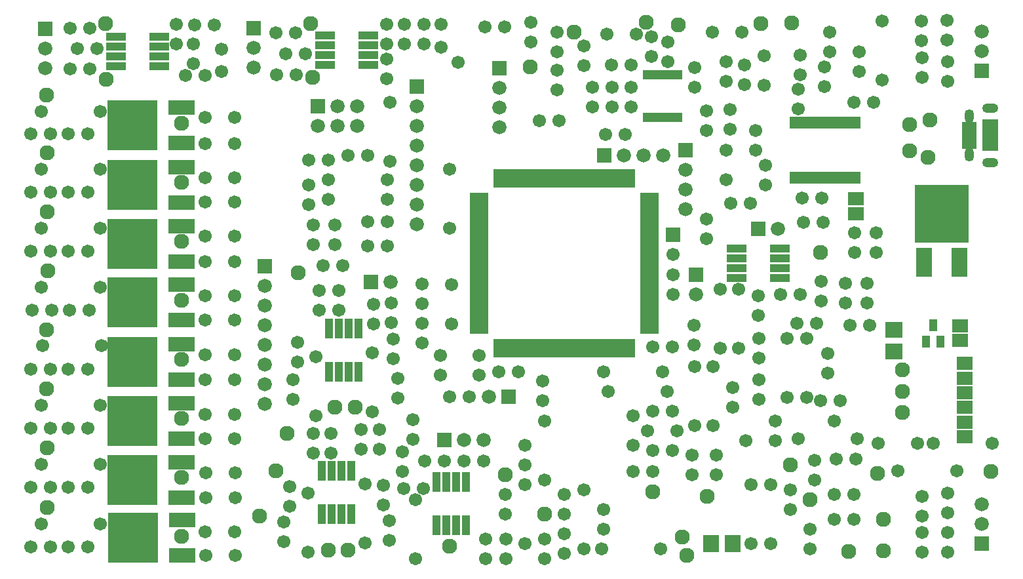
<source format=gts>
G04 (created by PCBNEW (2013-jul-07)-stable) date Sun 25 May 2014 01:03:41 AM EDT*
%MOIN*%
G04 Gerber Fmt 3.4, Leading zero omitted, Abs format*
%FSLAX34Y34*%
G01*
G70*
G90*
G04 APERTURE LIST*
%ADD10C,0.00393701*%
%ADD11C,0.067*%
%ADD12R,0.0436X0.0594*%
%ADD13R,0.0277X0.0513*%
%ADD14R,0.072X0.072*%
%ADD15C,0.072*%
%ADD16R,0.027X0.092*%
%ADD17R,0.092X0.027*%
%ADD18R,0.028X0.062*%
%ADD19R,0.132X0.077*%
%ADD20R,0.252X0.252*%
%ADD21R,0.0987X0.0436*%
%ADD22R,0.079X0.0712*%
%ADD23C,0.077*%
%ADD24R,0.083X0.091*%
%ADD25R,0.0731X0.0357*%
%ADD26O,0.0495X0.0692*%
%ADD27O,0.081X0.0476*%
%ADD28R,0.081X0.081*%
%ADD29R,0.091X0.083*%
%ADD30R,0.083X0.146*%
%ADD31R,0.2759X0.2956*%
%ADD32R,0.0436X0.0987*%
G04 APERTURE END LIST*
G54D10*
G54D11*
X37510Y-36830D03*
X37510Y-37830D03*
G54D12*
X59897Y-26821D03*
X60272Y-25989D03*
X60647Y-26821D03*
G54D13*
X45635Y-15412D03*
X45885Y-15412D03*
X46135Y-15412D03*
X46385Y-15412D03*
X46635Y-15412D03*
X46885Y-15412D03*
X47135Y-15412D03*
X47385Y-15412D03*
X47385Y-13248D03*
X47135Y-13248D03*
X46885Y-13248D03*
X46635Y-13248D03*
X46385Y-13248D03*
X46135Y-13248D03*
X45885Y-13248D03*
X45635Y-13248D03*
G54D11*
X50976Y-19769D03*
X49976Y-19769D03*
X59484Y-31972D03*
X57484Y-31972D03*
X59700Y-37510D03*
X59700Y-36510D03*
X61000Y-37500D03*
X61000Y-36500D03*
X61000Y-34500D03*
X61000Y-35500D03*
X59700Y-34670D03*
X59700Y-35670D03*
X54010Y-36330D03*
X54010Y-37330D03*
X55260Y-35830D03*
X56260Y-35830D03*
X55260Y-34580D03*
X56260Y-34580D03*
X55340Y-32780D03*
X56340Y-32780D03*
X54898Y-28417D03*
X54898Y-27417D03*
X51401Y-29744D03*
X51401Y-28744D03*
X54358Y-25878D03*
X53358Y-25878D03*
X51398Y-27634D03*
X51398Y-26634D03*
X48760Y-20580D03*
X48760Y-21580D03*
X48120Y-25970D03*
X48120Y-26970D03*
X46010Y-27080D03*
X47010Y-27080D03*
X50090Y-30130D03*
X50090Y-29130D03*
X48010Y-33580D03*
X48010Y-32580D03*
X46010Y-32330D03*
X47010Y-32330D03*
X47010Y-30330D03*
X46010Y-30330D03*
X43510Y-35330D03*
X43510Y-36330D03*
X40510Y-36830D03*
X40510Y-37830D03*
X38560Y-36830D03*
X38560Y-37830D03*
X40410Y-29800D03*
X40410Y-28800D03*
X34272Y-26882D03*
X34272Y-25882D03*
X34272Y-23868D03*
X34272Y-24868D03*
X35776Y-23894D03*
X35776Y-25894D03*
X29510Y-17580D03*
X28510Y-17580D03*
X28510Y-18830D03*
X28510Y-19830D03*
X32510Y-21930D03*
X31510Y-21930D03*
X29860Y-21880D03*
X29860Y-20880D03*
X28760Y-21880D03*
X28760Y-20880D03*
X40260Y-15580D03*
X41260Y-15580D03*
X43921Y-12732D03*
X44921Y-12732D03*
X48142Y-12858D03*
X48142Y-13858D03*
X53620Y-19520D03*
X54620Y-19520D03*
X53680Y-20750D03*
X54680Y-20750D03*
X57240Y-14630D03*
X56240Y-14630D03*
G54D14*
X28970Y-14830D03*
G54D15*
X28970Y-15850D03*
X29970Y-14850D03*
X29970Y-15830D03*
X30970Y-14830D03*
X30970Y-15850D03*
X62760Y-36080D03*
X62760Y-35080D03*
G54D14*
X62760Y-37080D03*
X47680Y-17090D03*
G54D15*
X47680Y-18090D03*
X47680Y-19090D03*
X47680Y-20090D03*
G54D14*
X43560Y-17350D03*
G54D15*
X44560Y-17350D03*
X45560Y-17350D03*
X46560Y-17350D03*
G54D14*
X38696Y-29594D03*
G54D15*
X37696Y-29594D03*
G54D11*
X40510Y-33830D03*
X40510Y-30830D03*
X56420Y-31730D03*
X53420Y-31730D03*
X55260Y-30830D03*
X52260Y-30830D03*
X49070Y-28090D03*
X49070Y-31090D03*
X48140Y-31080D03*
X48140Y-28080D03*
X46760Y-29330D03*
X43760Y-29330D03*
X43510Y-28330D03*
X46510Y-28330D03*
X39190Y-28330D03*
X38190Y-28330D03*
X39510Y-37080D03*
X39510Y-34080D03*
X43420Y-37340D03*
X46420Y-37340D03*
X42510Y-37330D03*
X42510Y-34330D03*
X52010Y-37080D03*
X52010Y-34080D03*
X51010Y-34080D03*
X51010Y-37080D03*
X56510Y-13080D03*
X56510Y-12080D03*
X32310Y-35120D03*
X32310Y-34120D03*
X32100Y-31290D03*
X32100Y-32290D03*
X31180Y-32290D03*
X31180Y-31290D03*
X37177Y-28492D03*
X37177Y-27492D03*
X35669Y-21027D03*
X35669Y-18027D03*
X32799Y-27681D03*
X32799Y-26681D03*
X32724Y-24834D03*
X32724Y-25834D03*
X31814Y-25909D03*
X31814Y-24909D03*
X24768Y-33490D03*
X23268Y-33490D03*
X24758Y-36490D03*
X23258Y-36490D03*
X23268Y-34730D03*
X24768Y-34730D03*
X23274Y-37689D03*
X24774Y-37689D03*
X35425Y-32875D03*
X34425Y-32875D03*
X36400Y-32875D03*
X37400Y-32875D03*
X51760Y-17830D03*
X51760Y-18830D03*
X48760Y-16080D03*
X48760Y-15080D03*
X52260Y-31830D03*
X50760Y-31830D03*
X45760Y-31330D03*
X47260Y-31330D03*
X45010Y-30580D03*
X45010Y-32080D03*
X32510Y-19580D03*
X29510Y-19580D03*
X32510Y-18580D03*
X29510Y-18580D03*
G54D16*
X44965Y-18505D03*
X44710Y-18505D03*
X44455Y-18505D03*
X44200Y-18505D03*
X43945Y-18505D03*
X43685Y-18505D03*
X43430Y-18505D03*
X43175Y-18505D03*
X42920Y-18505D03*
X42665Y-18505D03*
X42405Y-18505D03*
X42150Y-18505D03*
X41895Y-18505D03*
X41640Y-18505D03*
X41380Y-18505D03*
X41125Y-18505D03*
X40870Y-18505D03*
X40615Y-18505D03*
X40355Y-18505D03*
X40100Y-18505D03*
X39845Y-18505D03*
X39590Y-18505D03*
X39335Y-18505D03*
X39075Y-18505D03*
X38820Y-18505D03*
X38565Y-18505D03*
X38310Y-18505D03*
X38055Y-18505D03*
G54D17*
X37185Y-19375D03*
X37185Y-19630D03*
X37185Y-19885D03*
X37185Y-20140D03*
X37185Y-20395D03*
X37185Y-20655D03*
X37185Y-20910D03*
X37185Y-21165D03*
X37185Y-21420D03*
X37185Y-21675D03*
X37185Y-21935D03*
X37185Y-22190D03*
X37185Y-22445D03*
X37185Y-22700D03*
X37185Y-22960D03*
X37185Y-23215D03*
X37185Y-23470D03*
X37185Y-23725D03*
X37185Y-23985D03*
X37185Y-24240D03*
X37185Y-24495D03*
X37185Y-24750D03*
X37185Y-25005D03*
X37185Y-25265D03*
X37185Y-25520D03*
X37185Y-25775D03*
X37185Y-26030D03*
X37185Y-26285D03*
G54D16*
X38055Y-27155D03*
X38310Y-27155D03*
X38565Y-27155D03*
X38820Y-27155D03*
X39075Y-27155D03*
X39335Y-27155D03*
X39590Y-27155D03*
X39845Y-27155D03*
X40100Y-27155D03*
X40355Y-27155D03*
X40615Y-27155D03*
X40870Y-27155D03*
X41125Y-27155D03*
X41380Y-27155D03*
X41640Y-27155D03*
X41895Y-27155D03*
X42150Y-27155D03*
X42405Y-27155D03*
X42665Y-27155D03*
X42920Y-27155D03*
X43175Y-27155D03*
X43430Y-27155D03*
X43685Y-27155D03*
X43945Y-27155D03*
X44200Y-27155D03*
X44455Y-27155D03*
X44710Y-27155D03*
X44965Y-27155D03*
G54D17*
X45835Y-26285D03*
X45835Y-26030D03*
X45835Y-25775D03*
X45835Y-25520D03*
X45835Y-25265D03*
X45835Y-25005D03*
X45835Y-24750D03*
X45835Y-24495D03*
X45835Y-24240D03*
X45835Y-23985D03*
X45835Y-23725D03*
X45835Y-23470D03*
X45835Y-23215D03*
X45835Y-22960D03*
X45835Y-22700D03*
X45835Y-22445D03*
X45835Y-22190D03*
X45835Y-21935D03*
X45835Y-21675D03*
X45835Y-21420D03*
X45835Y-21165D03*
X45835Y-20910D03*
X45835Y-20655D03*
X45835Y-20395D03*
X45835Y-20140D03*
X45835Y-19885D03*
X45835Y-19630D03*
X45835Y-19375D03*
G54D11*
X51693Y-13789D03*
X51693Y-12289D03*
X49760Y-17080D03*
X49760Y-18580D03*
X23258Y-28730D03*
X24758Y-28730D03*
X23258Y-31730D03*
X24758Y-31730D03*
X24758Y-21450D03*
X23258Y-21450D03*
X24758Y-24460D03*
X23258Y-24460D03*
X24758Y-27460D03*
X23258Y-27460D03*
X24758Y-30500D03*
X23258Y-30500D03*
X23258Y-22730D03*
X24758Y-22730D03*
X23258Y-25710D03*
X24758Y-25710D03*
X24758Y-18470D03*
X23258Y-18470D03*
X23258Y-19710D03*
X24758Y-19710D03*
X24758Y-15420D03*
X23258Y-15420D03*
X23258Y-16730D03*
X24758Y-16730D03*
X30510Y-17330D03*
X31510Y-17330D03*
G54D18*
X53110Y-18480D03*
X53360Y-18480D03*
X53620Y-18480D03*
X53880Y-18480D03*
X54130Y-18480D03*
X54390Y-18480D03*
X54650Y-18480D03*
X54900Y-18480D03*
X55160Y-18480D03*
X55410Y-18480D03*
X55670Y-18480D03*
X55930Y-18480D03*
X56180Y-18480D03*
X56440Y-18480D03*
X56440Y-15680D03*
X56180Y-15680D03*
X55940Y-15680D03*
X55670Y-15680D03*
X55410Y-15680D03*
X55160Y-15680D03*
X54900Y-15680D03*
X54650Y-15680D03*
X54390Y-15680D03*
X54130Y-15680D03*
X53880Y-15680D03*
X53620Y-15680D03*
X53360Y-15680D03*
X53110Y-15680D03*
G54D11*
X29260Y-22950D03*
X30260Y-22950D03*
X35208Y-28492D03*
X35208Y-27492D03*
X55547Y-29795D03*
X54547Y-29795D03*
X49748Y-13587D03*
X49748Y-12587D03*
X42510Y-12780D03*
X42510Y-11780D03*
X45953Y-12315D03*
X45953Y-11315D03*
X39510Y-32080D03*
X39510Y-33080D03*
X49260Y-32580D03*
X49260Y-33580D03*
X38510Y-35580D03*
X38510Y-34580D03*
X46010Y-33410D03*
X45010Y-33410D03*
X41510Y-34580D03*
X41510Y-35580D03*
X41510Y-37580D03*
X41510Y-36580D03*
X54260Y-32830D03*
X54260Y-33830D03*
X53010Y-35330D03*
X53010Y-34330D03*
X33354Y-34259D03*
X34354Y-34259D03*
X53527Y-12232D03*
X53527Y-13232D03*
X55010Y-11080D03*
X55010Y-12080D03*
G54D19*
X22043Y-16695D03*
G54D20*
X19543Y-15795D03*
G54D19*
X22043Y-14895D03*
X22048Y-22730D03*
G54D20*
X19548Y-21830D03*
G54D19*
X22048Y-20930D03*
X22048Y-19730D03*
G54D20*
X19548Y-18830D03*
G54D19*
X22048Y-17930D03*
X22048Y-28730D03*
G54D20*
X19548Y-27830D03*
G54D19*
X22048Y-26930D03*
X22048Y-31730D03*
G54D20*
X19548Y-30830D03*
G54D19*
X22048Y-29930D03*
X22067Y-37687D03*
G54D20*
X19567Y-36787D03*
G54D19*
X22067Y-35887D03*
X22048Y-34730D03*
G54D20*
X19548Y-33830D03*
G54D19*
X22048Y-32930D03*
G54D11*
X31500Y-20700D03*
X32500Y-20700D03*
X32650Y-14632D03*
X32650Y-17632D03*
X44610Y-16290D03*
X43610Y-16290D03*
X41160Y-13020D03*
X41160Y-14020D03*
X41150Y-12060D03*
X41150Y-11060D03*
X15388Y-16250D03*
X14388Y-16250D03*
X15388Y-19200D03*
X14388Y-19200D03*
X15388Y-22200D03*
X14388Y-22200D03*
X15438Y-25200D03*
X14438Y-25200D03*
X15388Y-28200D03*
X14388Y-28200D03*
X15388Y-31200D03*
X14388Y-31200D03*
X15388Y-34200D03*
X14388Y-34200D03*
X15388Y-37250D03*
X14388Y-37250D03*
X38468Y-10807D03*
X37468Y-10807D03*
X39799Y-11587D03*
X39799Y-10587D03*
X59700Y-13360D03*
X59700Y-12360D03*
X59690Y-10500D03*
X59690Y-11500D03*
X60990Y-10480D03*
X60990Y-11480D03*
X61000Y-13580D03*
X61000Y-12580D03*
G54D15*
X62760Y-12040D03*
X62760Y-11040D03*
G54D14*
X62760Y-13040D03*
G54D19*
X22058Y-25710D03*
G54D20*
X19558Y-24810D03*
G54D19*
X22058Y-23910D03*
G54D11*
X43930Y-14860D03*
X43930Y-13860D03*
X44910Y-14860D03*
X44910Y-13860D03*
X42930Y-14860D03*
X42930Y-13860D03*
X35696Y-29594D03*
X36696Y-29594D03*
X32620Y-35920D03*
X32620Y-36920D03*
X33031Y-28661D03*
X33031Y-29661D03*
X33291Y-33421D03*
X33291Y-32421D03*
X16288Y-16250D03*
X17288Y-16250D03*
X16288Y-19200D03*
X17288Y-19200D03*
X16338Y-25200D03*
X17338Y-25200D03*
X16288Y-22200D03*
X17288Y-22200D03*
X16288Y-31200D03*
X17288Y-31200D03*
X16288Y-28200D03*
X17288Y-28200D03*
X16288Y-37250D03*
X17288Y-37250D03*
X16288Y-34200D03*
X17288Y-34200D03*
X49960Y-16000D03*
X49960Y-15000D03*
X51260Y-16080D03*
X51260Y-17080D03*
X54760Y-12840D03*
X54760Y-13840D03*
X53409Y-13972D03*
X53409Y-14972D03*
X60295Y-31976D03*
X63295Y-31976D03*
X58488Y-33382D03*
X61488Y-33382D03*
X51390Y-24470D03*
X51390Y-25470D03*
X54580Y-23740D03*
X54580Y-24740D03*
X50370Y-27130D03*
X50370Y-24130D03*
X49450Y-24130D03*
X49450Y-27130D03*
X52500Y-24420D03*
X53500Y-24420D03*
G54D21*
X50280Y-22070D03*
X50280Y-22570D03*
X50280Y-23070D03*
X50280Y-23570D03*
X52480Y-23570D03*
X52480Y-23070D03*
X52480Y-22570D03*
X52480Y-22070D03*
G54D11*
X53831Y-26638D03*
X53831Y-29638D03*
X52838Y-29634D03*
X52838Y-26634D03*
X50673Y-12728D03*
X50673Y-13728D03*
X46775Y-11587D03*
X46775Y-12587D03*
G54D22*
X56358Y-19546D03*
X56358Y-20296D03*
G54D11*
X56272Y-22283D03*
X56272Y-21283D03*
X55807Y-24827D03*
X55807Y-23827D03*
X56925Y-24835D03*
X56925Y-23835D03*
X57386Y-22283D03*
X57386Y-21283D03*
X28330Y-12181D03*
X27330Y-12181D03*
X57063Y-25980D03*
X56063Y-25980D03*
X26862Y-11102D03*
X27862Y-11102D03*
X26882Y-13248D03*
X27882Y-13248D03*
X32480Y-10681D03*
X32480Y-11681D03*
X33378Y-11673D03*
X34378Y-11673D03*
X34378Y-10689D03*
X33378Y-10689D03*
X32480Y-13453D03*
X32480Y-12453D03*
G54D14*
X25709Y-10890D03*
G54D15*
X25709Y-11890D03*
X25709Y-12890D03*
G54D21*
X31553Y-12738D03*
X31553Y-12238D03*
X31553Y-11738D03*
X31553Y-11238D03*
X29353Y-11238D03*
X29353Y-11738D03*
X29353Y-12238D03*
X29353Y-12738D03*
G54D11*
X35236Y-10689D03*
X35236Y-11831D03*
X17732Y-11905D03*
X16732Y-11905D03*
X23713Y-10709D03*
X22713Y-10709D03*
X23244Y-13268D03*
X22244Y-13268D03*
X21791Y-10661D03*
X21791Y-11661D03*
X22630Y-11673D03*
X22630Y-12673D03*
X16390Y-10866D03*
X17390Y-10866D03*
X16389Y-12952D03*
X17389Y-12952D03*
G54D14*
X15118Y-10909D03*
G54D15*
X15118Y-11909D03*
X15118Y-12909D03*
G54D21*
X20923Y-12797D03*
X20923Y-12297D03*
X20923Y-11797D03*
X20923Y-11297D03*
X18723Y-11297D03*
X18723Y-11797D03*
X18723Y-12297D03*
X18723Y-12797D03*
G54D23*
X18177Y-10646D03*
X18220Y-13476D03*
X28602Y-10650D03*
X28720Y-13366D03*
G54D11*
X24071Y-11953D03*
X24091Y-13079D03*
G54D24*
X50081Y-37079D03*
X48981Y-37079D03*
G54D25*
X62126Y-16828D03*
X62126Y-16571D03*
X62126Y-16315D03*
X62126Y-16059D03*
X62126Y-15803D03*
G54D26*
X62126Y-17299D03*
X62126Y-15331D03*
G54D27*
X63189Y-17693D03*
X63189Y-14937D03*
G54D28*
X63189Y-16719D03*
X63189Y-15911D03*
G54D22*
X61886Y-29392D03*
X61886Y-30142D03*
X61634Y-26753D03*
X61634Y-26003D03*
X61886Y-30892D03*
X61886Y-31642D03*
X61886Y-27912D03*
X61886Y-28662D03*
G54D11*
X43671Y-11177D03*
X45171Y-11177D03*
X49041Y-11079D03*
X50541Y-11079D03*
X57685Y-13496D03*
X57685Y-10496D03*
G54D29*
X58272Y-26206D03*
X58272Y-27306D03*
G54D30*
X59799Y-22777D03*
X61611Y-22777D03*
G54D31*
X60705Y-20317D03*
G54D11*
X47051Y-24397D03*
X47051Y-23401D03*
G54D23*
X40507Y-35578D03*
X47748Y-37677D03*
X57744Y-37448D03*
X45688Y-10566D03*
X22047Y-15720D03*
X47303Y-10700D03*
X51503Y-10645D03*
X35696Y-37200D03*
X46007Y-34429D03*
X57751Y-35846D03*
X42011Y-11078D03*
X47523Y-36740D03*
X55980Y-37480D03*
X54007Y-34830D03*
X15228Y-35240D03*
X48779Y-34688D03*
X38511Y-33578D03*
X63220Y-33397D03*
X27420Y-31470D03*
X29520Y-37410D03*
X58700Y-29330D03*
X58700Y-28228D03*
X58700Y-30413D03*
X22059Y-24700D03*
X15228Y-32212D03*
X15196Y-29212D03*
X15196Y-26212D03*
X15244Y-23212D03*
X15212Y-20208D03*
X15212Y-17208D03*
X15173Y-14267D03*
X22047Y-36720D03*
X22047Y-33720D03*
X22047Y-30720D03*
X22047Y-27720D03*
X22047Y-21720D03*
X26010Y-35670D03*
X26840Y-33380D03*
X29860Y-30130D03*
X30877Y-30145D03*
X57460Y-33515D03*
X27972Y-23318D03*
X54562Y-22271D03*
X22047Y-18720D03*
X39795Y-12846D03*
X53070Y-10598D03*
G54D11*
X27560Y-35170D03*
X27560Y-34170D03*
X29660Y-31470D03*
X29660Y-32470D03*
X28730Y-32470D03*
X28730Y-31470D03*
X33826Y-31771D03*
X33826Y-30771D03*
X27948Y-27838D03*
X27948Y-26838D03*
X29050Y-25200D03*
X29050Y-24200D03*
X30050Y-24200D03*
X30050Y-25200D03*
X27250Y-35970D03*
X27250Y-36970D03*
X36102Y-12598D03*
G54D14*
X47035Y-21389D03*
G54D11*
X47035Y-22389D03*
G54D23*
X60023Y-17452D03*
X59070Y-17094D03*
X59086Y-15787D03*
G54D14*
X26267Y-22964D03*
G54D15*
X26267Y-23964D03*
X26267Y-24964D03*
X26267Y-25964D03*
X26267Y-26964D03*
X26267Y-27964D03*
X26267Y-28964D03*
X26267Y-29964D03*
G54D14*
X48200Y-23397D03*
G54D15*
X48200Y-24397D03*
G54D23*
X60129Y-15531D03*
G54D32*
X36500Y-33950D03*
X36000Y-33950D03*
X35500Y-33950D03*
X35000Y-33950D03*
X35000Y-36150D03*
X35500Y-36150D03*
X36000Y-36150D03*
X36500Y-36150D03*
X31061Y-26128D03*
X30561Y-26128D03*
X30061Y-26128D03*
X29561Y-26128D03*
X29561Y-28328D03*
X30061Y-28328D03*
X30561Y-28328D03*
X31061Y-28328D03*
X30670Y-33360D03*
X30170Y-33360D03*
X29670Y-33360D03*
X29170Y-33360D03*
X29170Y-35560D03*
X29670Y-35560D03*
X30170Y-35560D03*
X30670Y-35560D03*
G54D11*
X27704Y-28724D03*
X27704Y-29724D03*
G54D14*
X51366Y-21066D03*
G54D15*
X52366Y-21066D03*
G54D23*
X30519Y-37409D03*
G54D14*
X31677Y-23779D03*
G54D15*
X32677Y-23779D03*
G54D14*
X35429Y-31795D03*
G54D15*
X36429Y-31795D03*
X37429Y-31795D03*
G54D11*
X33948Y-37838D03*
X33948Y-34838D03*
X14909Y-15098D03*
X17909Y-15098D03*
X14913Y-18043D03*
X17913Y-18043D03*
X14917Y-21027D03*
X17917Y-21027D03*
X14964Y-27019D03*
X17964Y-27019D03*
X14921Y-24047D03*
X17921Y-24047D03*
X14929Y-36070D03*
X17929Y-36070D03*
X14909Y-33039D03*
X17909Y-33039D03*
X14921Y-30031D03*
X17921Y-30031D03*
X31370Y-34051D03*
X31370Y-37051D03*
X28496Y-34507D03*
X28496Y-37507D03*
X28877Y-27570D03*
X28877Y-30570D03*
X31751Y-27389D03*
X31751Y-30389D03*
G54D14*
X34005Y-13832D03*
G54D15*
X34005Y-14832D03*
X34005Y-15832D03*
X34005Y-16832D03*
X34005Y-17832D03*
X34005Y-18832D03*
X34005Y-19832D03*
X34005Y-20832D03*
G54D14*
X38208Y-12919D03*
G54D15*
X38208Y-13919D03*
X38208Y-14919D03*
X38208Y-15919D03*
G54D23*
X53011Y-33080D03*
M02*

</source>
